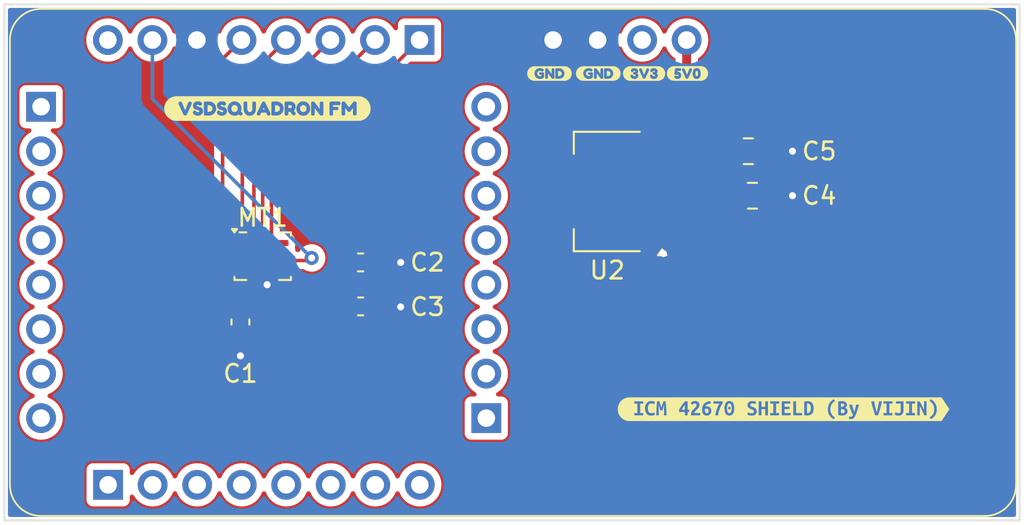
<source format=kicad_pcb>
(kicad_pcb (version 20240108) (generator "pcbnew") (generator_version "8.0")
  (layers (0 "F.Cu" signal) (31 "B.Cu" signal) (34 "B.Paste" user) (35 "F.Paste" user) (36 "B.SilkS" user "B.Silkscreen") (37 "F.SilkS" user "F.Silkscreen") (38 "B.Mask" user) (39 "F.Mask" user) (44 "Edge.Cuts" user))
  (net 0 "")
  (net 1 "+3.3V")
  (net 2 "GND")
  (net 3 "+5V")
  (net 7 "/INT2")
  (net 8 "/AP_SDO")
  (net 9 "/AP_CS")
  (net 10 "/AP_SCL")
  (net 12 "/AP_SDIO")
  (net 13 "/INT1")
  (footprint "Capacitor_SMD:C_0603_1608Metric_Pad1.08x0.95mm_HandSolder" (layer "F.Cu") (at 114.808 83.79)
    (property "Reference" "C3" (at 3.81 0.03 0) (layer "F.SilkS"))
    (property "Value" "2.2uF")
    (pad "1" smd roundrect (at -0.8625 0) (size 1.075 0.95) (layers "F.Cu" "F.Paste" "F.Mask") (net 1 "+3.3V"))
    (pad "2" smd roundrect (at 0.8625 0) (size 1.075 0.95) (layers "F.Cu" "F.Paste" "F.Mask") (net 2 "GND"))
  )
  (footprint "Capacitor_SMD:C_0603_1608Metric_Pad1.08x0.95mm_HandSolder" (layer "F.Cu") (at 114.808 81.28)
    (property "Reference" "C2" (at 3.81 0 0) (layer "F.SilkS"))
    (property "Value" "0.1uF")
    (pad "1" smd roundrect (at -0.8625 0) (size 1.075 0.95) (layers "F.Cu" "F.Paste" "F.Mask") (net 1 "+3.3V"))
    (pad "2" smd roundrect (at 0.8625 0) (size 1.075 0.95) (layers "F.Cu" "F.Paste" "F.Mask") (net 2 "GND"))
  )
  (footprint "VSDsquadron_FM:VSDSquadron_FM" (layer "F.Cu") (at 135.490764 87.992764)
    (property "Reference" "U1" (hide yes))
    (property "Value" "VSDSquadron FM" (hide yes))
    (pad "1" thru_hole rect (at -35.087764 5.987236 90) (size 1.7 1.7) (drill 1) (layers "*.Cu" "*.Mask"))
    (pad "2" thru_hole oval (at -32.547764 5.987236 90) (size 1.7 1.7) (drill 1) (layers "*.Cu" "*.Mask"))
    (pad "3" thru_hole oval (at -30.007764 5.987236 90) (size 1.7 1.7) (drill 1) (layers "*.Cu" "*.Mask"))
    (pad "4" thru_hole oval (at -27.467764 5.987236 90) (size 1.7 1.7) (drill 1) (layers "*.Cu" "*.Mask"))
    (pad "5" thru_hole oval (at -24.927764 5.987236 90) (size 1.7 1.7) (drill 1) (layers "*.Cu" "*.Mask"))
    (pad "6" thru_hole oval (at -22.387764 5.987236 90) (size 1.7 1.7) (drill 1) (layers "*.Cu" "*.Mask"))
    (pad "7" thru_hole oval (at -19.847764 5.987236 90) (size 1.7 1.7) (drill 1) (layers "*.Cu" "*.Mask"))
    (pad "8" thru_hole oval (at -17.307764 5.987236 90) (size 1.7 1.7) (drill 1) (layers "*.Cu" "*.Mask"))
    (pad "9" thru_hole rect (at -13.512764 2.177236 180) (size 1.7 1.7) (drill 1) (layers "*.Cu" "*.Mask"))
    (pad "10" thru_hole oval (at -13.512764 -0.362764 180) (size 1.7 1.7) (drill 1) (layers "*.Cu" "*.Mask"))
    (pad "11" thru_hole oval (at -13.512764 -2.902764 180) (size 1.7 1.7) (drill 1) (layers "*.Cu" "*.Mask"))
    (pad "12" thru_hole oval (at -13.512764 -5.442764 180) (size 1.7 1.7) (drill 1) (layers "*.Cu" "*.Mask"))
    (pad "13" thru_hole oval (at -13.512764 -7.982764 180) (size 1.7 1.7) (drill 1) (layers "*.Cu" "*.Mask"))
    (pad "14" thru_hole oval (at -13.512764 -10.522764 180) (size 1.7 1.7) (drill 1) (layers "*.Cu" "*.Mask"))
    (pad "15" thru_hole oval (at -13.512764 -13.062764 180) (size 1.7 1.7) (drill 1) (layers "*.Cu" "*.Mask"))
    (pad "16" thru_hole oval (at -13.512764 -15.602764 180) (size 1.7 1.7) (drill 1) (layers "*.Cu" "*.Mask"))
    (pad "17" thru_hole rect (at -17.322764 -19.412764 270) (size 1.7 1.7) (drill 1) (layers "*.Cu" "*.Mask") (net 9 "/AP_CS"))
    (pad "18" thru_hole oval (at -19.862764 -19.412764 270) (size 1.7 1.7) (drill 1) (layers "*.Cu" "*.Mask") (net 10 "/AP_SCL"))
    (pad "19" thru_hole oval (at -22.402764 -19.412764 270) (size 1.7 1.7) (drill 1) (layers "*.Cu" "*.Mask") (net 12 "/AP_SDIO"))
    (pad "20" thru_hole oval (at -24.942764 -19.412764 270) (size 1.7 1.7) (drill 1) (layers "*.Cu" "*.Mask") (net 8 "/AP_SDO"))
    (pad "21" thru_hole oval (at -27.482764 -19.412764 270) (size 1.7 1.7) (drill 1) (layers "*.Cu" "*.Mask") (net 13 "/INT1"))
    (pad "22" thru_hole oval (at -30.022764 -19.412764 270) (size 1.7 1.7) (drill 1) (layers "*.Cu" "*.Mask") (net 2 "GND"))
    (pad "23" thru_hole oval (at -32.562764 -19.412764 270) (size 1.7 1.7) (drill 1) (layers "*.Cu" "*.Mask") (net 7 "/INT2"))
    (pad "24" thru_hole oval (at -35.102764 -19.412764 270) (size 1.7 1.7) (drill 1) (layers "*.Cu" "*.Mask"))
    (pad "25" thru_hole rect (at -38.912764 -15.602764) (size 1.7 1.7) (drill 1) (layers "*.Cu" "*.Mask"))
    (pad "26" thru_hole oval (at -38.912764 -13.062764) (size 1.7 1.7) (drill 1) (layers "*.Cu" "*.Mask"))
    (pad "27" thru_hole oval (at -38.912764 -10.522764) (size 1.7 1.7) (drill 1) (layers "*.Cu" "*.Mask"))
    (pad "28" thru_hole oval (at -38.912764 -7.982764) (size 1.7 1.7) (drill 1) (layers "*.Cu" "*.Mask"))
    (pad "29" thru_hole oval (at -38.912764 -5.442764) (size 1.7 1.7) (drill 1) (layers "*.Cu" "*.Mask"))
    (pad "30" thru_hole oval (at -38.912764 -2.902764) (size 1.7 1.7) (drill 1) (layers "*.Cu" "*.Mask"))
    (pad "31" thru_hole oval (at -38.912764 -0.362764) (size 1.7 1.7) (drill 1) (layers "*.Cu" "*.Mask"))
    (pad "32" thru_hole oval (at -38.912764 2.177236) (size 1.7 1.7) (drill 1) (layers "*.Cu" "*.Mask"))
    (pad "33" thru_hole rect (at -9.702764 -19.412764 90) (size 1.7 1.7) (drill 1) (layers "*.Cu" "*.Mask") (net 2 "GND"))
    (pad "34" thru_hole oval (at -7.162764 -19.412764 90) (size 1.7 1.7) (drill 1) (layers "*.Cu" "*.Mask") (net 2 "GND"))
    (pad "35" thru_hole oval (at -4.622764 -19.412764 90) (size 1.7 1.7) (drill 1) (layers "*.Cu" "*.Mask"))
    (pad "36" thru_hole oval (at -2.082764 -19.412764 90) (size 1.7 1.7) (drill 1) (layers "*.Cu" "*.Mask") (net 3 "+5V"))
  )
  (footprint "Capacitor_SMD:C_0603_1608Metric_Pad1.08x0.95mm_HandSolder" (layer "F.Cu") (at 107.95 84.6825 -90)
    (property "Reference" "C1" (at 2.9475 0 180) (layer "F.SilkS"))
    (property "Value" "10nF")
    (pad "1" smd roundrect (at -0.8625 0 270) (size 1.075 0.95) (layers "F.Cu" "F.Paste" "F.Mask") (net 1 "+3.3V"))
    (pad "2" smd roundrect (at 0.8625 0 270) (size 1.075 0.95) (layers "F.Cu" "F.Paste" "F.Mask") (net 2 "GND"))
  )
  (footprint "Package_TO_SOT_SMD:SOT-223-3_TabPin2" (layer "F.Cu") (at 128.88 77.23 180)
    (property "Reference" "U2" (at 0 -4.5 0) (layer "F.SilkS"))
    (property "Value" "AMS1117-3.3")
    (pad "1" smd roundrect (at -3.15 -2.3 180) (size 2 1.5) (layers "F.Cu" "F.Paste" "F.Mask") (net 2 "GND"))
    (pad "2" smd roundrect (at -3.15 0 180) (size 2 1.5) (layers "F.Cu" "F.Paste" "F.Mask") (net 1 "+3.3V"))
    (pad "2" smd roundrect (at 3.15 0 180) (size 2 3.8) (layers "F.Cu" "F.Paste" "F.Mask") (net 1 "+3.3V"))
    (pad "3" smd roundrect (at -3.15 2.3 180) (size 2 1.5) (layers "F.Cu" "F.Paste" "F.Mask") (net 3 "+5V"))
  )
  (footprint "kibuzzard-678674B4" (layer "F.Cu") (at 138.938 89.662)
    (property "Reference" "kibuzzard-678674B4" (hide yes))
    (property "Value" "G***" (hide yes))
  )
  (footprint "Package_LGA:LGA-14_3x2.5mm_P0.5mm_LayoutBorder3x4y" (layer "F.Cu") (at 109.22 80.9225)
    (property "Reference" "MT1" (at 0 -2.2 0) (layer "F.SilkS"))
    (property "Value" "ICM-42670-P")
    (pad "1" smd roundrect (at -1.1625 -0.75) (size 0.625 0.35) (layers "F.Cu" "F.Paste" "F.Mask") (net 8 "/AP_SDO"))
    (pad "2" smd roundrect (at -1.1625 -0.25) (size 0.625 0.35) (layers "F.Cu" "F.Paste" "F.Mask"))
    (pad "3" smd roundrect (at -1.1625 0.25) (size 0.625 0.35) (layers "F.Cu" "F.Paste" "F.Mask"))
    (pad "4" smd roundrect (at -1.1625 0.75) (size 0.625 0.35) (layers "F.Cu" "F.Paste" "F.Mask") (net 13 "/INT1"))
    (pad "5" smd roundrect (at -0.5 0.9125) (size 0.35 0.625) (layers "F.Cu" "F.Paste" "F.Mask") (net 1 "+3.3V"))
    (pad "6" smd roundrect (at 0 0.9125) (size 0.35 0.625) (layers "F.Cu" "F.Paste" "F.Mask") (net 2 "GND"))
    (pad "7" smd roundrect (at 0.5 0.9125) (size 0.35 0.625) (layers "F.Cu" "F.Paste" "F.Mask") (net 2 "GND"))
    (pad "8" smd roundrect (at 1.1625 0.75) (size 0.625 0.35) (layers "F.Cu" "F.Paste" "F.Mask") (net 1 "+3.3V"))
    (pad "9" smd roundrect (at 1.1625 0.25) (size 0.625 0.35) (layers "F.Cu" "F.Paste" "F.Mask") (net 7 "/INT2"))
    (pad "10" smd roundrect (at 1.1625 -0.25) (size 0.625 0.35) (layers "F.Cu" "F.Paste" "F.Mask"))
    (pad "11" smd roundrect (at 1.1625 -0.75) (size 0.625 0.35) (layers "F.Cu" "F.Paste" "F.Mask"))
    (pad "12" smd roundrect (at 0.5 -0.9125) (size 0.35 0.625) (layers "F.Cu" "F.Paste" "F.Mask") (net 9 "/AP_CS"))
    (pad "13" smd roundrect (at 0 -0.9125) (size 0.35 0.625) (layers "F.Cu" "F.Paste" "F.Mask") (net 10 "/AP_SCL"))
    (pad "14" smd roundrect (at -0.5 -0.9125) (size 0.35 0.625) (layers "F.Cu" "F.Paste" "F.Mask") (net 12 "/AP_SDIO"))
  )
  (footprint "Capacitor_SMD:C_0805_2012Metric_Pad1.18x1.45mm_HandSolder" (layer "F.Cu") (at 136.9275 74.93)
    (property "Reference" "C5" (at 4.0425 0 0) (layer "F.SilkS"))
    (property "Value" "10uF")
    (pad "1" smd roundrect (at -1.0375 0) (size 1.175 1.45) (layers "F.Cu" "F.Paste" "F.Mask") (roundrect_rratio 0.212766) (net 3 "+5V"))
    (pad "2" smd roundrect (at 1.0375 0) (size 1.175 1.45) (layers "F.Cu" "F.Paste" "F.Mask") (roundrect_rratio 0.212766) (net 2 "GND"))
  )
  (footprint "Capacitor_SMD:C_0805_2012Metric_Pad1.18x1.45mm_HandSolder" (layer "F.Cu") (at 137.16 77.47)
    (property "Reference" "C4" (at 3.81 0 0) (layer "F.SilkS"))
    (property "Value" "22uF")
    (pad "1" smd roundrect (at -1.0375 0) (size 1.175 1.45) (layers "F.Cu" "F.Paste" "F.Mask") (roundrect_rratio 0.212766) (net 1 "+3.3V"))
    (pad "2" smd roundrect (at 1.0375 0) (size 1.175 1.45) (layers "F.Cu" "F.Paste" "F.Mask") (roundrect_rratio 0.212766) (net 2 "GND"))
  )
  (gr_line (start 152.4 96.012) (end 94.488 96.012) (stroke (width 0.1)) (layer "Edge.Cuts"))
  (gr_line (start 94.488 96.012) (end 94.488 66.548) (stroke (width 0.1)) (layer "Edge.Cuts"))
  (gr_line (start 152.4 66.548) (end 152.4 96.012) (stroke (width 0.1)) (layer "Edge.Cuts"))
  (gr_line (start 94.488 66.548) (end 152.4 66.548) (stroke (width 0.1)) (layer "Edge.Cuts"))
  (segment (start 108.72 82.542) (end 108.712 82.55) (width 0.2032) (layer "F.Cu") (net 1))
  (segment (start 113.9455 81.28) (end 113.9455 81.9415) (width 0.2032) (layer "F.Cu") (net 1))
  (segment (start 108.72 81.835) (end 108.72 82.542) (width 0.2032) (layer "F.Cu") (net 1))
  (segment (start 113.9455 83.79) (end 113.9455 82.9045) (width 0.2032) (layer "F.Cu") (net 1))
  (segment (start 110.8825 81.6725) (end 110.998 81.788) (width 0.2032) (layer "F.Cu") (net 1))
  (segment (start 113.9455 82.9045) (end 114.046 82.804) (width 0.2032) (layer "F.Cu") (net 1))
  (segment (start 113.9455 81.9415) (end 114.3 82.296) (width 0.2032) (layer "F.Cu") (net 1))
  (segment (start 110.3825 81.6725) (end 110.8825 81.6725) (width 0.2032) (layer "F.Cu") (net 1))
  (segment (start 109.22 81.835) (end 109.22 82.296) (width 0.2032) (layer "F.Cu") (net 2))
  (segment (start 132.03 80.722) (end 132.08 80.772) (width 0.2032) (layer "F.Cu") (net 2))
  (segment (start 117.064 83.79) (end 117.094 83.82) (width 0.2032) (layer "F.Cu") (net 2))
  (segment (start 115.6705 83.79) (end 117.064 83.79) (width 0.2032) (layer "F.Cu") (net 2))
  (segment (start 109.72 81.835) (end 109.72 82.304) (width 0.2032) (layer "F.Cu") (net 2))
  (segment (start 138.1975 77.47) (end 139.446 77.47) (width 0.2032) (layer "F.Cu") (net 2))
  (segment (start 109.72 82.304) (end 109.474 82.55) (width 0.2032) (layer "F.Cu") (net 2))
  (segment (start 132.03 79.53) (end 132.03 80.722) (width 0.2032) (layer "F.Cu") (net 2))
  (segment (start 115.6705 81.28) (end 117.094 81.28) (width 0.2032) (layer "F.Cu") (net 2))
  (segment (start 107.95 85.545) (end 107.95 86.614) (width 0.2032) (layer "F.Cu") (net 2))
  (segment (start 109.22 82.296) (end 109.474 82.55) (width 0.2032) (layer "F.Cu") (net 2))
  (segment (start 137.965 74.93) (end 139.446 74.93) (width 0.2032) (layer "F.Cu") (net 2))
  (via (at 109.474 82.55) (size 0.8) (drill 0.4) (layers "F.Cu" "B.Cu") (net 2))
  (via (at 117.094 81.28) (size 0.8) (drill 0.4) (layers "F.Cu" "B.Cu") (net 2))
  (via (at 132.08 80.772) (size 0.8) (drill 0.4) (layers "F.Cu" "B.Cu") (net 2))
  (via (at 117.094 83.82) (size 0.8) (drill 0.4) (layers "F.Cu" "B.Cu") (net 2))
  (via (at 139.446 77.47) (size 0.8) (drill 0.4) (layers "F.Cu" "B.Cu") (net 2))
  (via (at 139.446 74.93) (size 0.8) (drill 0.4) (layers "F.Cu" "B.Cu") (net 2))
  (via (at 107.95 86.614) (size 0.8) (drill 0.4) (layers "F.Cu" "B.Cu") (net 2))
  (segment (start 133.408 68.58) (end 133.408 73.552) (width 0.508) (layer "F.Cu") (net 3))
  (segment (start 132.03 74.93) (end 135.89 74.93) (width 0.508) (layer "F.Cu") (net 3))
  (segment (start 133.408 73.552) (end 132.03 74.93) (width 0.508) (layer "F.Cu") (net 3))
  (segment (start 111.8675 81.1725) (end 112.014 81.026) (width 0.2032) (layer "F.Cu") (net 7))
  (segment (start 110.3825 81.1725) (end 111.8675 81.1725) (width 0.2032) (layer "F.Cu") (net 7))
  (via (at 112.014 81.026) (size 0.8) (drill 0.4) (layers "F.Cu" "B.Cu") (net 7))
  (segment (start 102.928 71.94) (end 102.928 68.58) (width 0.2032) (layer "B.Cu") (net 7))
  (segment (start 112.014 81.026) (end 102.928 71.94) (width 0.2032) (layer "B.Cu") (net 7))
  (segment (start 108.0575 80.1725) (end 108.0575 71.0705) (width 0.2032) (layer "F.Cu") (net 8))
  (segment (start 108.0575 71.0705) (end 110.548 68.58) (width 0.2032) (layer "F.Cu") (net 8))
  (segment (start 109.72 80.01) (end 109.72 77.028) (width 0.2032) (layer "F.Cu") (net 9))
  (segment (start 109.72 77.028) (end 118.168 68.58) (width 0.2032) (layer "F.Cu") (net 9))
  (segment (start 109.22 80.01) (end 109.22 74.988) (width 0.2032) (layer "F.Cu") (net 10))
  (segment (start 109.22 74.988) (end 115.628 68.58) (width 0.2032) (layer "F.Cu") (net 10))
  (segment (start 108.72 80.01) (end 108.72 72.948) (width 0.2032) (layer "F.Cu") (net 12))
  (segment (start 108.72 72.948) (end 113.088 68.58) (width 0.2032) (layer "F.Cu") (net 12))
  (segment (start 106.934 80.914196) (end 106.934 69.654) (width 0.2032) (layer "F.Cu") (net 13))
  (segment (start 108.0575 81.6725) (end 107.692304 81.6725) (width 0.2032) (layer "F.Cu") (net 13))
  (segment (start 107.692304 81.6725) (end 106.934 80.914196) (width 0.2032) (layer "F.Cu") (net 13))
  (segment (start 106.934 69.654) (end 108.008 68.58) (width 0.2032) (layer "F.Cu") (net 13))
  (zone (net 1) (net_name "+3.3V") (layer "F.Cu") (priority 1) (connect_pads yes (clearance 0.381)) (min_thickness 0.254) (fill yes (mode hatch) (thermal_gap 0.5) (thermal_bridge_width 0.5) (hatch_thickness 1) (hatch_gap 1.5) (hatch_orientation 0) (hatch_border_algorithm hatch_thickness) (hatch_min_hole_area 0.3))
    (polygon (pts (xy 94.234 66.294) (xy 94.234 96.266) (xy 152.654 96.266) (xy 152.654 66.294)))
  )
  (zone (net 2) (net_name "GND") (layer "B.Cu") (connect_pads yes (clearance 0.508)) (min_thickness 0.254) (fill yes (thermal_gap 0.5) (thermal_bridge_width 0.5))
    (polygon (pts (xy 94.234 66.294) (xy 94.234 96.266) (xy 152.654 96.266) (xy 152.654 66.294)))
  )
)
</source>
